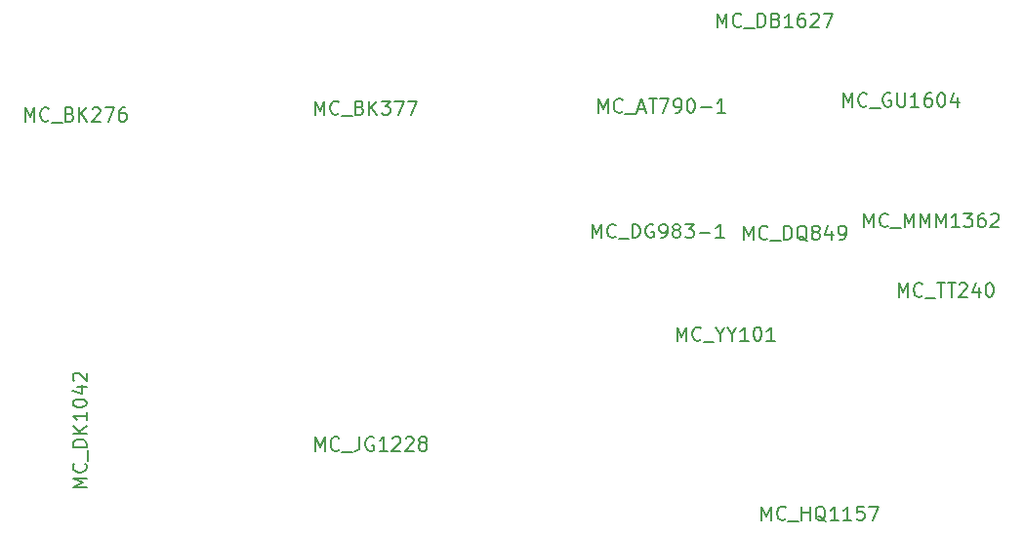
<source format=gbr>
G04 #@! TF.FileFunction,Other,Fab,Top*
%FSLAX46Y46*%
G04 Gerber Fmt 4.6, Leading zero omitted, Abs format (unit mm)*
G04 Created by KiCad (PCBNEW 4.0.3-stable) date 08/30/16 01:28:47*
%MOMM*%
%LPD*%
G01*
G04 APERTURE LIST*
%ADD10C,0.100000*%
%ADD11C,0.150000*%
G04 APERTURE END LIST*
D10*
D11*
X179122857Y-70727857D02*
X179122857Y-69527857D01*
X179522857Y-70385000D01*
X179922857Y-69527857D01*
X179922857Y-70727857D01*
X181180001Y-70613571D02*
X181122858Y-70670714D01*
X180951429Y-70727857D01*
X180837143Y-70727857D01*
X180665715Y-70670714D01*
X180551429Y-70556429D01*
X180494286Y-70442143D01*
X180437143Y-70213571D01*
X180437143Y-70042143D01*
X180494286Y-69813571D01*
X180551429Y-69699286D01*
X180665715Y-69585000D01*
X180837143Y-69527857D01*
X180951429Y-69527857D01*
X181122858Y-69585000D01*
X181180001Y-69642143D01*
X181408572Y-70842143D02*
X182322858Y-70842143D01*
X182551429Y-70385000D02*
X183122858Y-70385000D01*
X182437144Y-70727857D02*
X182837144Y-69527857D01*
X183237144Y-70727857D01*
X183465715Y-69527857D02*
X184151429Y-69527857D01*
X183808572Y-70727857D02*
X183808572Y-69527857D01*
X184437144Y-69527857D02*
X185237144Y-69527857D01*
X184722858Y-70727857D01*
X185751429Y-70727857D02*
X185980001Y-70727857D01*
X186094286Y-70670714D01*
X186151429Y-70613571D01*
X186265715Y-70442143D01*
X186322858Y-70213571D01*
X186322858Y-69756429D01*
X186265715Y-69642143D01*
X186208572Y-69585000D01*
X186094286Y-69527857D01*
X185865715Y-69527857D01*
X185751429Y-69585000D01*
X185694286Y-69642143D01*
X185637143Y-69756429D01*
X185637143Y-70042143D01*
X185694286Y-70156429D01*
X185751429Y-70213571D01*
X185865715Y-70270714D01*
X186094286Y-70270714D01*
X186208572Y-70213571D01*
X186265715Y-70156429D01*
X186322858Y-70042143D01*
X187065715Y-69527857D02*
X187180000Y-69527857D01*
X187294286Y-69585000D01*
X187351429Y-69642143D01*
X187408572Y-69756429D01*
X187465715Y-69985000D01*
X187465715Y-70270714D01*
X187408572Y-70499286D01*
X187351429Y-70613571D01*
X187294286Y-70670714D01*
X187180000Y-70727857D01*
X187065715Y-70727857D01*
X186951429Y-70670714D01*
X186894286Y-70613571D01*
X186837143Y-70499286D01*
X186780000Y-70270714D01*
X186780000Y-69985000D01*
X186837143Y-69756429D01*
X186894286Y-69642143D01*
X186951429Y-69585000D01*
X187065715Y-69527857D01*
X187980000Y-70270714D02*
X188894286Y-70270714D01*
X190094286Y-70727857D02*
X189408571Y-70727857D01*
X189751429Y-70727857D02*
X189751429Y-69527857D01*
X189637143Y-69699286D01*
X189522857Y-69813571D01*
X189408571Y-69870714D01*
X129388571Y-71482857D02*
X129388571Y-70282857D01*
X129788571Y-71140000D01*
X130188571Y-70282857D01*
X130188571Y-71482857D01*
X131445715Y-71368571D02*
X131388572Y-71425714D01*
X131217143Y-71482857D01*
X131102857Y-71482857D01*
X130931429Y-71425714D01*
X130817143Y-71311429D01*
X130760000Y-71197143D01*
X130702857Y-70968571D01*
X130702857Y-70797143D01*
X130760000Y-70568571D01*
X130817143Y-70454286D01*
X130931429Y-70340000D01*
X131102857Y-70282857D01*
X131217143Y-70282857D01*
X131388572Y-70340000D01*
X131445715Y-70397143D01*
X131674286Y-71597143D02*
X132588572Y-71597143D01*
X133274286Y-70854286D02*
X133445715Y-70911429D01*
X133502858Y-70968571D01*
X133560001Y-71082857D01*
X133560001Y-71254286D01*
X133502858Y-71368571D01*
X133445715Y-71425714D01*
X133331429Y-71482857D01*
X132874286Y-71482857D01*
X132874286Y-70282857D01*
X133274286Y-70282857D01*
X133388572Y-70340000D01*
X133445715Y-70397143D01*
X133502858Y-70511429D01*
X133502858Y-70625714D01*
X133445715Y-70740000D01*
X133388572Y-70797143D01*
X133274286Y-70854286D01*
X132874286Y-70854286D01*
X134074286Y-71482857D02*
X134074286Y-70282857D01*
X134760001Y-71482857D02*
X134245715Y-70797143D01*
X134760001Y-70282857D02*
X134074286Y-70968571D01*
X135217143Y-70397143D02*
X135274286Y-70340000D01*
X135388572Y-70282857D01*
X135674286Y-70282857D01*
X135788572Y-70340000D01*
X135845715Y-70397143D01*
X135902858Y-70511429D01*
X135902858Y-70625714D01*
X135845715Y-70797143D01*
X135160001Y-71482857D01*
X135902858Y-71482857D01*
X136302858Y-70282857D02*
X137102858Y-70282857D01*
X136588572Y-71482857D01*
X138074286Y-70282857D02*
X137845715Y-70282857D01*
X137731429Y-70340000D01*
X137674286Y-70397143D01*
X137560000Y-70568571D01*
X137502857Y-70797143D01*
X137502857Y-71254286D01*
X137560000Y-71368571D01*
X137617143Y-71425714D01*
X137731429Y-71482857D01*
X137960000Y-71482857D01*
X138074286Y-71425714D01*
X138131429Y-71368571D01*
X138188572Y-71254286D01*
X138188572Y-70968571D01*
X138131429Y-70854286D01*
X138074286Y-70797143D01*
X137960000Y-70740000D01*
X137731429Y-70740000D01*
X137617143Y-70797143D01*
X137560000Y-70854286D01*
X137502857Y-70968571D01*
X154528571Y-70902857D02*
X154528571Y-69702857D01*
X154928571Y-70560000D01*
X155328571Y-69702857D01*
X155328571Y-70902857D01*
X156585715Y-70788571D02*
X156528572Y-70845714D01*
X156357143Y-70902857D01*
X156242857Y-70902857D01*
X156071429Y-70845714D01*
X155957143Y-70731429D01*
X155900000Y-70617143D01*
X155842857Y-70388571D01*
X155842857Y-70217143D01*
X155900000Y-69988571D01*
X155957143Y-69874286D01*
X156071429Y-69760000D01*
X156242857Y-69702857D01*
X156357143Y-69702857D01*
X156528572Y-69760000D01*
X156585715Y-69817143D01*
X156814286Y-71017143D02*
X157728572Y-71017143D01*
X158414286Y-70274286D02*
X158585715Y-70331429D01*
X158642858Y-70388571D01*
X158700001Y-70502857D01*
X158700001Y-70674286D01*
X158642858Y-70788571D01*
X158585715Y-70845714D01*
X158471429Y-70902857D01*
X158014286Y-70902857D01*
X158014286Y-69702857D01*
X158414286Y-69702857D01*
X158528572Y-69760000D01*
X158585715Y-69817143D01*
X158642858Y-69931429D01*
X158642858Y-70045714D01*
X158585715Y-70160000D01*
X158528572Y-70217143D01*
X158414286Y-70274286D01*
X158014286Y-70274286D01*
X159214286Y-70902857D02*
X159214286Y-69702857D01*
X159900001Y-70902857D02*
X159385715Y-70217143D01*
X159900001Y-69702857D02*
X159214286Y-70388571D01*
X160300001Y-69702857D02*
X161042858Y-69702857D01*
X160642858Y-70160000D01*
X160814286Y-70160000D01*
X160928572Y-70217143D01*
X160985715Y-70274286D01*
X161042858Y-70388571D01*
X161042858Y-70674286D01*
X160985715Y-70788571D01*
X160928572Y-70845714D01*
X160814286Y-70902857D01*
X160471429Y-70902857D01*
X160357143Y-70845714D01*
X160300001Y-70788571D01*
X161442858Y-69702857D02*
X162242858Y-69702857D01*
X161728572Y-70902857D01*
X162585715Y-69702857D02*
X163385715Y-69702857D01*
X162871429Y-70902857D01*
X189427143Y-63292857D02*
X189427143Y-62092857D01*
X189827143Y-62950000D01*
X190227143Y-62092857D01*
X190227143Y-63292857D01*
X191484287Y-63178571D02*
X191427144Y-63235714D01*
X191255715Y-63292857D01*
X191141429Y-63292857D01*
X190970001Y-63235714D01*
X190855715Y-63121429D01*
X190798572Y-63007143D01*
X190741429Y-62778571D01*
X190741429Y-62607143D01*
X190798572Y-62378571D01*
X190855715Y-62264286D01*
X190970001Y-62150000D01*
X191141429Y-62092857D01*
X191255715Y-62092857D01*
X191427144Y-62150000D01*
X191484287Y-62207143D01*
X191712858Y-63407143D02*
X192627144Y-63407143D01*
X192912858Y-63292857D02*
X192912858Y-62092857D01*
X193198573Y-62092857D01*
X193370001Y-62150000D01*
X193484287Y-62264286D01*
X193541430Y-62378571D01*
X193598573Y-62607143D01*
X193598573Y-62778571D01*
X193541430Y-63007143D01*
X193484287Y-63121429D01*
X193370001Y-63235714D01*
X193198573Y-63292857D01*
X192912858Y-63292857D01*
X194512858Y-62664286D02*
X194684287Y-62721429D01*
X194741430Y-62778571D01*
X194798573Y-62892857D01*
X194798573Y-63064286D01*
X194741430Y-63178571D01*
X194684287Y-63235714D01*
X194570001Y-63292857D01*
X194112858Y-63292857D01*
X194112858Y-62092857D01*
X194512858Y-62092857D01*
X194627144Y-62150000D01*
X194684287Y-62207143D01*
X194741430Y-62321429D01*
X194741430Y-62435714D01*
X194684287Y-62550000D01*
X194627144Y-62607143D01*
X194512858Y-62664286D01*
X194112858Y-62664286D01*
X195941430Y-63292857D02*
X195255715Y-63292857D01*
X195598573Y-63292857D02*
X195598573Y-62092857D01*
X195484287Y-62264286D01*
X195370001Y-62378571D01*
X195255715Y-62435714D01*
X196970001Y-62092857D02*
X196741430Y-62092857D01*
X196627144Y-62150000D01*
X196570001Y-62207143D01*
X196455715Y-62378571D01*
X196398572Y-62607143D01*
X196398572Y-63064286D01*
X196455715Y-63178571D01*
X196512858Y-63235714D01*
X196627144Y-63292857D01*
X196855715Y-63292857D01*
X196970001Y-63235714D01*
X197027144Y-63178571D01*
X197084287Y-63064286D01*
X197084287Y-62778571D01*
X197027144Y-62664286D01*
X196970001Y-62607143D01*
X196855715Y-62550000D01*
X196627144Y-62550000D01*
X196512858Y-62607143D01*
X196455715Y-62664286D01*
X196398572Y-62778571D01*
X197541429Y-62207143D02*
X197598572Y-62150000D01*
X197712858Y-62092857D01*
X197998572Y-62092857D01*
X198112858Y-62150000D01*
X198170001Y-62207143D01*
X198227144Y-62321429D01*
X198227144Y-62435714D01*
X198170001Y-62607143D01*
X197484287Y-63292857D01*
X198227144Y-63292857D01*
X198627144Y-62092857D02*
X199427144Y-62092857D01*
X198912858Y-63292857D01*
X178554286Y-81602857D02*
X178554286Y-80402857D01*
X178954286Y-81260000D01*
X179354286Y-80402857D01*
X179354286Y-81602857D01*
X180611430Y-81488571D02*
X180554287Y-81545714D01*
X180382858Y-81602857D01*
X180268572Y-81602857D01*
X180097144Y-81545714D01*
X179982858Y-81431429D01*
X179925715Y-81317143D01*
X179868572Y-81088571D01*
X179868572Y-80917143D01*
X179925715Y-80688571D01*
X179982858Y-80574286D01*
X180097144Y-80460000D01*
X180268572Y-80402857D01*
X180382858Y-80402857D01*
X180554287Y-80460000D01*
X180611430Y-80517143D01*
X180840001Y-81717143D02*
X181754287Y-81717143D01*
X182040001Y-81602857D02*
X182040001Y-80402857D01*
X182325716Y-80402857D01*
X182497144Y-80460000D01*
X182611430Y-80574286D01*
X182668573Y-80688571D01*
X182725716Y-80917143D01*
X182725716Y-81088571D01*
X182668573Y-81317143D01*
X182611430Y-81431429D01*
X182497144Y-81545714D01*
X182325716Y-81602857D01*
X182040001Y-81602857D01*
X183868573Y-80460000D02*
X183754287Y-80402857D01*
X183582858Y-80402857D01*
X183411430Y-80460000D01*
X183297144Y-80574286D01*
X183240001Y-80688571D01*
X183182858Y-80917143D01*
X183182858Y-81088571D01*
X183240001Y-81317143D01*
X183297144Y-81431429D01*
X183411430Y-81545714D01*
X183582858Y-81602857D01*
X183697144Y-81602857D01*
X183868573Y-81545714D01*
X183925716Y-81488571D01*
X183925716Y-81088571D01*
X183697144Y-81088571D01*
X184497144Y-81602857D02*
X184725716Y-81602857D01*
X184840001Y-81545714D01*
X184897144Y-81488571D01*
X185011430Y-81317143D01*
X185068573Y-81088571D01*
X185068573Y-80631429D01*
X185011430Y-80517143D01*
X184954287Y-80460000D01*
X184840001Y-80402857D01*
X184611430Y-80402857D01*
X184497144Y-80460000D01*
X184440001Y-80517143D01*
X184382858Y-80631429D01*
X184382858Y-80917143D01*
X184440001Y-81031429D01*
X184497144Y-81088571D01*
X184611430Y-81145714D01*
X184840001Y-81145714D01*
X184954287Y-81088571D01*
X185011430Y-81031429D01*
X185068573Y-80917143D01*
X185754287Y-80917143D02*
X185640001Y-80860000D01*
X185582858Y-80802857D01*
X185525715Y-80688571D01*
X185525715Y-80631429D01*
X185582858Y-80517143D01*
X185640001Y-80460000D01*
X185754287Y-80402857D01*
X185982858Y-80402857D01*
X186097144Y-80460000D01*
X186154287Y-80517143D01*
X186211430Y-80631429D01*
X186211430Y-80688571D01*
X186154287Y-80802857D01*
X186097144Y-80860000D01*
X185982858Y-80917143D01*
X185754287Y-80917143D01*
X185640001Y-80974286D01*
X185582858Y-81031429D01*
X185525715Y-81145714D01*
X185525715Y-81374286D01*
X185582858Y-81488571D01*
X185640001Y-81545714D01*
X185754287Y-81602857D01*
X185982858Y-81602857D01*
X186097144Y-81545714D01*
X186154287Y-81488571D01*
X186211430Y-81374286D01*
X186211430Y-81145714D01*
X186154287Y-81031429D01*
X186097144Y-80974286D01*
X185982858Y-80917143D01*
X186611430Y-80402857D02*
X187354287Y-80402857D01*
X186954287Y-80860000D01*
X187125715Y-80860000D01*
X187240001Y-80917143D01*
X187297144Y-80974286D01*
X187354287Y-81088571D01*
X187354287Y-81374286D01*
X187297144Y-81488571D01*
X187240001Y-81545714D01*
X187125715Y-81602857D01*
X186782858Y-81602857D01*
X186668572Y-81545714D01*
X186611430Y-81488571D01*
X187868572Y-81145714D02*
X188782858Y-81145714D01*
X189982858Y-81602857D02*
X189297143Y-81602857D01*
X189640001Y-81602857D02*
X189640001Y-80402857D01*
X189525715Y-80574286D01*
X189411429Y-80688571D01*
X189297143Y-80745714D01*
X134712857Y-103277857D02*
X133512857Y-103277857D01*
X134370000Y-102877857D01*
X133512857Y-102477857D01*
X134712857Y-102477857D01*
X134598571Y-101220713D02*
X134655714Y-101277856D01*
X134712857Y-101449285D01*
X134712857Y-101563571D01*
X134655714Y-101734999D01*
X134541429Y-101849285D01*
X134427143Y-101906428D01*
X134198571Y-101963571D01*
X134027143Y-101963571D01*
X133798571Y-101906428D01*
X133684286Y-101849285D01*
X133570000Y-101734999D01*
X133512857Y-101563571D01*
X133512857Y-101449285D01*
X133570000Y-101277856D01*
X133627143Y-101220713D01*
X134827143Y-100992142D02*
X134827143Y-100077856D01*
X134712857Y-99792142D02*
X133512857Y-99792142D01*
X133512857Y-99506427D01*
X133570000Y-99334999D01*
X133684286Y-99220713D01*
X133798571Y-99163570D01*
X134027143Y-99106427D01*
X134198571Y-99106427D01*
X134427143Y-99163570D01*
X134541429Y-99220713D01*
X134655714Y-99334999D01*
X134712857Y-99506427D01*
X134712857Y-99792142D01*
X134712857Y-98592142D02*
X133512857Y-98592142D01*
X134712857Y-97906427D02*
X134027143Y-98420713D01*
X133512857Y-97906427D02*
X134198571Y-98592142D01*
X134712857Y-96763570D02*
X134712857Y-97449285D01*
X134712857Y-97106427D02*
X133512857Y-97106427D01*
X133684286Y-97220713D01*
X133798571Y-97334999D01*
X133855714Y-97449285D01*
X133512857Y-96020713D02*
X133512857Y-95906428D01*
X133570000Y-95792142D01*
X133627143Y-95734999D01*
X133741429Y-95677856D01*
X133970000Y-95620713D01*
X134255714Y-95620713D01*
X134484286Y-95677856D01*
X134598571Y-95734999D01*
X134655714Y-95792142D01*
X134712857Y-95906428D01*
X134712857Y-96020713D01*
X134655714Y-96134999D01*
X134598571Y-96192142D01*
X134484286Y-96249285D01*
X134255714Y-96306428D01*
X133970000Y-96306428D01*
X133741429Y-96249285D01*
X133627143Y-96192142D01*
X133570000Y-96134999D01*
X133512857Y-96020713D01*
X133912857Y-94592142D02*
X134712857Y-94592142D01*
X133455714Y-94877856D02*
X134312857Y-95163571D01*
X134312857Y-94420713D01*
X133627143Y-94020714D02*
X133570000Y-93963571D01*
X133512857Y-93849285D01*
X133512857Y-93563571D01*
X133570000Y-93449285D01*
X133627143Y-93392142D01*
X133741429Y-93334999D01*
X133855714Y-93334999D01*
X134027143Y-93392142D01*
X134712857Y-94077856D01*
X134712857Y-93334999D01*
X191720000Y-81762857D02*
X191720000Y-80562857D01*
X192120000Y-81420000D01*
X192520000Y-80562857D01*
X192520000Y-81762857D01*
X193777144Y-81648571D02*
X193720001Y-81705714D01*
X193548572Y-81762857D01*
X193434286Y-81762857D01*
X193262858Y-81705714D01*
X193148572Y-81591429D01*
X193091429Y-81477143D01*
X193034286Y-81248571D01*
X193034286Y-81077143D01*
X193091429Y-80848571D01*
X193148572Y-80734286D01*
X193262858Y-80620000D01*
X193434286Y-80562857D01*
X193548572Y-80562857D01*
X193720001Y-80620000D01*
X193777144Y-80677143D01*
X194005715Y-81877143D02*
X194920001Y-81877143D01*
X195205715Y-81762857D02*
X195205715Y-80562857D01*
X195491430Y-80562857D01*
X195662858Y-80620000D01*
X195777144Y-80734286D01*
X195834287Y-80848571D01*
X195891430Y-81077143D01*
X195891430Y-81248571D01*
X195834287Y-81477143D01*
X195777144Y-81591429D01*
X195662858Y-81705714D01*
X195491430Y-81762857D01*
X195205715Y-81762857D01*
X197205715Y-81877143D02*
X197091430Y-81820000D01*
X196977144Y-81705714D01*
X196805715Y-81534286D01*
X196691430Y-81477143D01*
X196577144Y-81477143D01*
X196634287Y-81762857D02*
X196520001Y-81705714D01*
X196405715Y-81591429D01*
X196348572Y-81362857D01*
X196348572Y-80962857D01*
X196405715Y-80734286D01*
X196520001Y-80620000D01*
X196634287Y-80562857D01*
X196862858Y-80562857D01*
X196977144Y-80620000D01*
X197091430Y-80734286D01*
X197148572Y-80962857D01*
X197148572Y-81362857D01*
X197091430Y-81591429D01*
X196977144Y-81705714D01*
X196862858Y-81762857D01*
X196634287Y-81762857D01*
X197834287Y-81077143D02*
X197720001Y-81020000D01*
X197662858Y-80962857D01*
X197605715Y-80848571D01*
X197605715Y-80791429D01*
X197662858Y-80677143D01*
X197720001Y-80620000D01*
X197834287Y-80562857D01*
X198062858Y-80562857D01*
X198177144Y-80620000D01*
X198234287Y-80677143D01*
X198291430Y-80791429D01*
X198291430Y-80848571D01*
X198234287Y-80962857D01*
X198177144Y-81020000D01*
X198062858Y-81077143D01*
X197834287Y-81077143D01*
X197720001Y-81134286D01*
X197662858Y-81191429D01*
X197605715Y-81305714D01*
X197605715Y-81534286D01*
X197662858Y-81648571D01*
X197720001Y-81705714D01*
X197834287Y-81762857D01*
X198062858Y-81762857D01*
X198177144Y-81705714D01*
X198234287Y-81648571D01*
X198291430Y-81534286D01*
X198291430Y-81305714D01*
X198234287Y-81191429D01*
X198177144Y-81134286D01*
X198062858Y-81077143D01*
X199320001Y-80962857D02*
X199320001Y-81762857D01*
X199034287Y-80505714D02*
X198748572Y-81362857D01*
X199491430Y-81362857D01*
X200005715Y-81762857D02*
X200234287Y-81762857D01*
X200348572Y-81705714D01*
X200405715Y-81648571D01*
X200520001Y-81477143D01*
X200577144Y-81248571D01*
X200577144Y-80791429D01*
X200520001Y-80677143D01*
X200462858Y-80620000D01*
X200348572Y-80562857D01*
X200120001Y-80562857D01*
X200005715Y-80620000D01*
X199948572Y-80677143D01*
X199891429Y-80791429D01*
X199891429Y-81077143D01*
X199948572Y-81191429D01*
X200005715Y-81248571D01*
X200120001Y-81305714D01*
X200348572Y-81305714D01*
X200462858Y-81248571D01*
X200520001Y-81191429D01*
X200577144Y-81077143D01*
X200338571Y-70212857D02*
X200338571Y-69012857D01*
X200738571Y-69870000D01*
X201138571Y-69012857D01*
X201138571Y-70212857D01*
X202395715Y-70098571D02*
X202338572Y-70155714D01*
X202167143Y-70212857D01*
X202052857Y-70212857D01*
X201881429Y-70155714D01*
X201767143Y-70041429D01*
X201710000Y-69927143D01*
X201652857Y-69698571D01*
X201652857Y-69527143D01*
X201710000Y-69298571D01*
X201767143Y-69184286D01*
X201881429Y-69070000D01*
X202052857Y-69012857D01*
X202167143Y-69012857D01*
X202338572Y-69070000D01*
X202395715Y-69127143D01*
X202624286Y-70327143D02*
X203538572Y-70327143D01*
X204452858Y-69070000D02*
X204338572Y-69012857D01*
X204167143Y-69012857D01*
X203995715Y-69070000D01*
X203881429Y-69184286D01*
X203824286Y-69298571D01*
X203767143Y-69527143D01*
X203767143Y-69698571D01*
X203824286Y-69927143D01*
X203881429Y-70041429D01*
X203995715Y-70155714D01*
X204167143Y-70212857D01*
X204281429Y-70212857D01*
X204452858Y-70155714D01*
X204510001Y-70098571D01*
X204510001Y-69698571D01*
X204281429Y-69698571D01*
X205024286Y-69012857D02*
X205024286Y-69984286D01*
X205081429Y-70098571D01*
X205138572Y-70155714D01*
X205252858Y-70212857D01*
X205481429Y-70212857D01*
X205595715Y-70155714D01*
X205652858Y-70098571D01*
X205710001Y-69984286D01*
X205710001Y-69012857D01*
X206910001Y-70212857D02*
X206224286Y-70212857D01*
X206567144Y-70212857D02*
X206567144Y-69012857D01*
X206452858Y-69184286D01*
X206338572Y-69298571D01*
X206224286Y-69355714D01*
X207938572Y-69012857D02*
X207710001Y-69012857D01*
X207595715Y-69070000D01*
X207538572Y-69127143D01*
X207424286Y-69298571D01*
X207367143Y-69527143D01*
X207367143Y-69984286D01*
X207424286Y-70098571D01*
X207481429Y-70155714D01*
X207595715Y-70212857D01*
X207824286Y-70212857D01*
X207938572Y-70155714D01*
X207995715Y-70098571D01*
X208052858Y-69984286D01*
X208052858Y-69698571D01*
X207995715Y-69584286D01*
X207938572Y-69527143D01*
X207824286Y-69470000D01*
X207595715Y-69470000D01*
X207481429Y-69527143D01*
X207424286Y-69584286D01*
X207367143Y-69698571D01*
X208795715Y-69012857D02*
X208910000Y-69012857D01*
X209024286Y-69070000D01*
X209081429Y-69127143D01*
X209138572Y-69241429D01*
X209195715Y-69470000D01*
X209195715Y-69755714D01*
X209138572Y-69984286D01*
X209081429Y-70098571D01*
X209024286Y-70155714D01*
X208910000Y-70212857D01*
X208795715Y-70212857D01*
X208681429Y-70155714D01*
X208624286Y-70098571D01*
X208567143Y-69984286D01*
X208510000Y-69755714D01*
X208510000Y-69470000D01*
X208567143Y-69241429D01*
X208624286Y-69127143D01*
X208681429Y-69070000D01*
X208795715Y-69012857D01*
X210224286Y-69412857D02*
X210224286Y-70212857D01*
X209938572Y-68955714D02*
X209652857Y-69812857D01*
X210395715Y-69812857D01*
X193265000Y-106122857D02*
X193265000Y-104922857D01*
X193665000Y-105780000D01*
X194065000Y-104922857D01*
X194065000Y-106122857D01*
X195322144Y-106008571D02*
X195265001Y-106065714D01*
X195093572Y-106122857D01*
X194979286Y-106122857D01*
X194807858Y-106065714D01*
X194693572Y-105951429D01*
X194636429Y-105837143D01*
X194579286Y-105608571D01*
X194579286Y-105437143D01*
X194636429Y-105208571D01*
X194693572Y-105094286D01*
X194807858Y-104980000D01*
X194979286Y-104922857D01*
X195093572Y-104922857D01*
X195265001Y-104980000D01*
X195322144Y-105037143D01*
X195550715Y-106237143D02*
X196465001Y-106237143D01*
X196750715Y-106122857D02*
X196750715Y-104922857D01*
X196750715Y-105494286D02*
X197436430Y-105494286D01*
X197436430Y-106122857D02*
X197436430Y-104922857D01*
X198807858Y-106237143D02*
X198693573Y-106180000D01*
X198579287Y-106065714D01*
X198407858Y-105894286D01*
X198293573Y-105837143D01*
X198179287Y-105837143D01*
X198236430Y-106122857D02*
X198122144Y-106065714D01*
X198007858Y-105951429D01*
X197950715Y-105722857D01*
X197950715Y-105322857D01*
X198007858Y-105094286D01*
X198122144Y-104980000D01*
X198236430Y-104922857D01*
X198465001Y-104922857D01*
X198579287Y-104980000D01*
X198693573Y-105094286D01*
X198750715Y-105322857D01*
X198750715Y-105722857D01*
X198693573Y-105951429D01*
X198579287Y-106065714D01*
X198465001Y-106122857D01*
X198236430Y-106122857D01*
X199893573Y-106122857D02*
X199207858Y-106122857D01*
X199550716Y-106122857D02*
X199550716Y-104922857D01*
X199436430Y-105094286D01*
X199322144Y-105208571D01*
X199207858Y-105265714D01*
X201036430Y-106122857D02*
X200350715Y-106122857D01*
X200693573Y-106122857D02*
X200693573Y-104922857D01*
X200579287Y-105094286D01*
X200465001Y-105208571D01*
X200350715Y-105265714D01*
X202122144Y-104922857D02*
X201550715Y-104922857D01*
X201493572Y-105494286D01*
X201550715Y-105437143D01*
X201665001Y-105380000D01*
X201950715Y-105380000D01*
X202065001Y-105437143D01*
X202122144Y-105494286D01*
X202179287Y-105608571D01*
X202179287Y-105894286D01*
X202122144Y-106008571D01*
X202065001Y-106065714D01*
X201950715Y-106122857D01*
X201665001Y-106122857D01*
X201550715Y-106065714D01*
X201493572Y-106008571D01*
X202579287Y-104922857D02*
X203379287Y-104922857D01*
X202865001Y-106122857D01*
X154560000Y-100102857D02*
X154560000Y-98902857D01*
X154960000Y-99760000D01*
X155360000Y-98902857D01*
X155360000Y-100102857D01*
X156617144Y-99988571D02*
X156560001Y-100045714D01*
X156388572Y-100102857D01*
X156274286Y-100102857D01*
X156102858Y-100045714D01*
X155988572Y-99931429D01*
X155931429Y-99817143D01*
X155874286Y-99588571D01*
X155874286Y-99417143D01*
X155931429Y-99188571D01*
X155988572Y-99074286D01*
X156102858Y-98960000D01*
X156274286Y-98902857D01*
X156388572Y-98902857D01*
X156560001Y-98960000D01*
X156617144Y-99017143D01*
X156845715Y-100217143D02*
X157760001Y-100217143D01*
X158388572Y-98902857D02*
X158388572Y-99760000D01*
X158331430Y-99931429D01*
X158217144Y-100045714D01*
X158045715Y-100102857D01*
X157931430Y-100102857D01*
X159588573Y-98960000D02*
X159474287Y-98902857D01*
X159302858Y-98902857D01*
X159131430Y-98960000D01*
X159017144Y-99074286D01*
X158960001Y-99188571D01*
X158902858Y-99417143D01*
X158902858Y-99588571D01*
X158960001Y-99817143D01*
X159017144Y-99931429D01*
X159131430Y-100045714D01*
X159302858Y-100102857D01*
X159417144Y-100102857D01*
X159588573Y-100045714D01*
X159645716Y-99988571D01*
X159645716Y-99588571D01*
X159417144Y-99588571D01*
X160788573Y-100102857D02*
X160102858Y-100102857D01*
X160445716Y-100102857D02*
X160445716Y-98902857D01*
X160331430Y-99074286D01*
X160217144Y-99188571D01*
X160102858Y-99245714D01*
X161245715Y-99017143D02*
X161302858Y-98960000D01*
X161417144Y-98902857D01*
X161702858Y-98902857D01*
X161817144Y-98960000D01*
X161874287Y-99017143D01*
X161931430Y-99131429D01*
X161931430Y-99245714D01*
X161874287Y-99417143D01*
X161188573Y-100102857D01*
X161931430Y-100102857D01*
X162388572Y-99017143D02*
X162445715Y-98960000D01*
X162560001Y-98902857D01*
X162845715Y-98902857D01*
X162960001Y-98960000D01*
X163017144Y-99017143D01*
X163074287Y-99131429D01*
X163074287Y-99245714D01*
X163017144Y-99417143D01*
X162331430Y-100102857D01*
X163074287Y-100102857D01*
X163760001Y-99417143D02*
X163645715Y-99360000D01*
X163588572Y-99302857D01*
X163531429Y-99188571D01*
X163531429Y-99131429D01*
X163588572Y-99017143D01*
X163645715Y-98960000D01*
X163760001Y-98902857D01*
X163988572Y-98902857D01*
X164102858Y-98960000D01*
X164160001Y-99017143D01*
X164217144Y-99131429D01*
X164217144Y-99188571D01*
X164160001Y-99302857D01*
X164102858Y-99360000D01*
X163988572Y-99417143D01*
X163760001Y-99417143D01*
X163645715Y-99474286D01*
X163588572Y-99531429D01*
X163531429Y-99645714D01*
X163531429Y-99874286D01*
X163588572Y-99988571D01*
X163645715Y-100045714D01*
X163760001Y-100102857D01*
X163988572Y-100102857D01*
X164102858Y-100045714D01*
X164160001Y-99988571D01*
X164217144Y-99874286D01*
X164217144Y-99645714D01*
X164160001Y-99531429D01*
X164102858Y-99474286D01*
X163988572Y-99417143D01*
X202169999Y-80672857D02*
X202169999Y-79472857D01*
X202569999Y-80330000D01*
X202969999Y-79472857D01*
X202969999Y-80672857D01*
X204227143Y-80558571D02*
X204170000Y-80615714D01*
X203998571Y-80672857D01*
X203884285Y-80672857D01*
X203712857Y-80615714D01*
X203598571Y-80501429D01*
X203541428Y-80387143D01*
X203484285Y-80158571D01*
X203484285Y-79987143D01*
X203541428Y-79758571D01*
X203598571Y-79644286D01*
X203712857Y-79530000D01*
X203884285Y-79472857D01*
X203998571Y-79472857D01*
X204170000Y-79530000D01*
X204227143Y-79587143D01*
X204455714Y-80787143D02*
X205370000Y-80787143D01*
X205655714Y-80672857D02*
X205655714Y-79472857D01*
X206055714Y-80330000D01*
X206455714Y-79472857D01*
X206455714Y-80672857D01*
X207027143Y-80672857D02*
X207027143Y-79472857D01*
X207427143Y-80330000D01*
X207827143Y-79472857D01*
X207827143Y-80672857D01*
X208398572Y-80672857D02*
X208398572Y-79472857D01*
X208798572Y-80330000D01*
X209198572Y-79472857D01*
X209198572Y-80672857D01*
X210398573Y-80672857D02*
X209712858Y-80672857D01*
X210055716Y-80672857D02*
X210055716Y-79472857D01*
X209941430Y-79644286D01*
X209827144Y-79758571D01*
X209712858Y-79815714D01*
X210798573Y-79472857D02*
X211541430Y-79472857D01*
X211141430Y-79930000D01*
X211312858Y-79930000D01*
X211427144Y-79987143D01*
X211484287Y-80044286D01*
X211541430Y-80158571D01*
X211541430Y-80444286D01*
X211484287Y-80558571D01*
X211427144Y-80615714D01*
X211312858Y-80672857D01*
X210970001Y-80672857D01*
X210855715Y-80615714D01*
X210798573Y-80558571D01*
X212570001Y-79472857D02*
X212341430Y-79472857D01*
X212227144Y-79530000D01*
X212170001Y-79587143D01*
X212055715Y-79758571D01*
X211998572Y-79987143D01*
X211998572Y-80444286D01*
X212055715Y-80558571D01*
X212112858Y-80615714D01*
X212227144Y-80672857D01*
X212455715Y-80672857D01*
X212570001Y-80615714D01*
X212627144Y-80558571D01*
X212684287Y-80444286D01*
X212684287Y-80158571D01*
X212627144Y-80044286D01*
X212570001Y-79987143D01*
X212455715Y-79930000D01*
X212227144Y-79930000D01*
X212112858Y-79987143D01*
X212055715Y-80044286D01*
X211998572Y-80158571D01*
X213141429Y-79587143D02*
X213198572Y-79530000D01*
X213312858Y-79472857D01*
X213598572Y-79472857D01*
X213712858Y-79530000D01*
X213770001Y-79587143D01*
X213827144Y-79701429D01*
X213827144Y-79815714D01*
X213770001Y-79987143D01*
X213084287Y-80672857D01*
X213827144Y-80672857D01*
X205144285Y-86722857D02*
X205144285Y-85522857D01*
X205544285Y-86380000D01*
X205944285Y-85522857D01*
X205944285Y-86722857D01*
X207201429Y-86608571D02*
X207144286Y-86665714D01*
X206972857Y-86722857D01*
X206858571Y-86722857D01*
X206687143Y-86665714D01*
X206572857Y-86551429D01*
X206515714Y-86437143D01*
X206458571Y-86208571D01*
X206458571Y-86037143D01*
X206515714Y-85808571D01*
X206572857Y-85694286D01*
X206687143Y-85580000D01*
X206858571Y-85522857D01*
X206972857Y-85522857D01*
X207144286Y-85580000D01*
X207201429Y-85637143D01*
X207430000Y-86837143D02*
X208344286Y-86837143D01*
X208458572Y-85522857D02*
X209144286Y-85522857D01*
X208801429Y-86722857D02*
X208801429Y-85522857D01*
X209372858Y-85522857D02*
X210058572Y-85522857D01*
X209715715Y-86722857D02*
X209715715Y-85522857D01*
X210401429Y-85637143D02*
X210458572Y-85580000D01*
X210572858Y-85522857D01*
X210858572Y-85522857D01*
X210972858Y-85580000D01*
X211030001Y-85637143D01*
X211087144Y-85751429D01*
X211087144Y-85865714D01*
X211030001Y-86037143D01*
X210344287Y-86722857D01*
X211087144Y-86722857D01*
X212115715Y-85922857D02*
X212115715Y-86722857D01*
X211830001Y-85465714D02*
X211544286Y-86322857D01*
X212287144Y-86322857D01*
X212972858Y-85522857D02*
X213087143Y-85522857D01*
X213201429Y-85580000D01*
X213258572Y-85637143D01*
X213315715Y-85751429D01*
X213372858Y-85980000D01*
X213372858Y-86265714D01*
X213315715Y-86494286D01*
X213258572Y-86608571D01*
X213201429Y-86665714D01*
X213087143Y-86722857D01*
X212972858Y-86722857D01*
X212858572Y-86665714D01*
X212801429Y-86608571D01*
X212744286Y-86494286D01*
X212687143Y-86265714D01*
X212687143Y-85980000D01*
X212744286Y-85751429D01*
X212801429Y-85637143D01*
X212858572Y-85580000D01*
X212972858Y-85522857D01*
X185930000Y-90547857D02*
X185930000Y-89347857D01*
X186330000Y-90205000D01*
X186730000Y-89347857D01*
X186730000Y-90547857D01*
X187987144Y-90433571D02*
X187930001Y-90490714D01*
X187758572Y-90547857D01*
X187644286Y-90547857D01*
X187472858Y-90490714D01*
X187358572Y-90376429D01*
X187301429Y-90262143D01*
X187244286Y-90033571D01*
X187244286Y-89862143D01*
X187301429Y-89633571D01*
X187358572Y-89519286D01*
X187472858Y-89405000D01*
X187644286Y-89347857D01*
X187758572Y-89347857D01*
X187930001Y-89405000D01*
X187987144Y-89462143D01*
X188215715Y-90662143D02*
X189130001Y-90662143D01*
X189644287Y-89976429D02*
X189644287Y-90547857D01*
X189244287Y-89347857D02*
X189644287Y-89976429D01*
X190044287Y-89347857D01*
X190672858Y-89976429D02*
X190672858Y-90547857D01*
X190272858Y-89347857D02*
X190672858Y-89976429D01*
X191072858Y-89347857D01*
X192101429Y-90547857D02*
X191415714Y-90547857D01*
X191758572Y-90547857D02*
X191758572Y-89347857D01*
X191644286Y-89519286D01*
X191530000Y-89633571D01*
X191415714Y-89690714D01*
X192844286Y-89347857D02*
X192958571Y-89347857D01*
X193072857Y-89405000D01*
X193130000Y-89462143D01*
X193187143Y-89576429D01*
X193244286Y-89805000D01*
X193244286Y-90090714D01*
X193187143Y-90319286D01*
X193130000Y-90433571D01*
X193072857Y-90490714D01*
X192958571Y-90547857D01*
X192844286Y-90547857D01*
X192730000Y-90490714D01*
X192672857Y-90433571D01*
X192615714Y-90319286D01*
X192558571Y-90090714D01*
X192558571Y-89805000D01*
X192615714Y-89576429D01*
X192672857Y-89462143D01*
X192730000Y-89405000D01*
X192844286Y-89347857D01*
X194387143Y-90547857D02*
X193701428Y-90547857D01*
X194044286Y-90547857D02*
X194044286Y-89347857D01*
X193930000Y-89519286D01*
X193815714Y-89633571D01*
X193701428Y-89690714D01*
M02*

</source>
